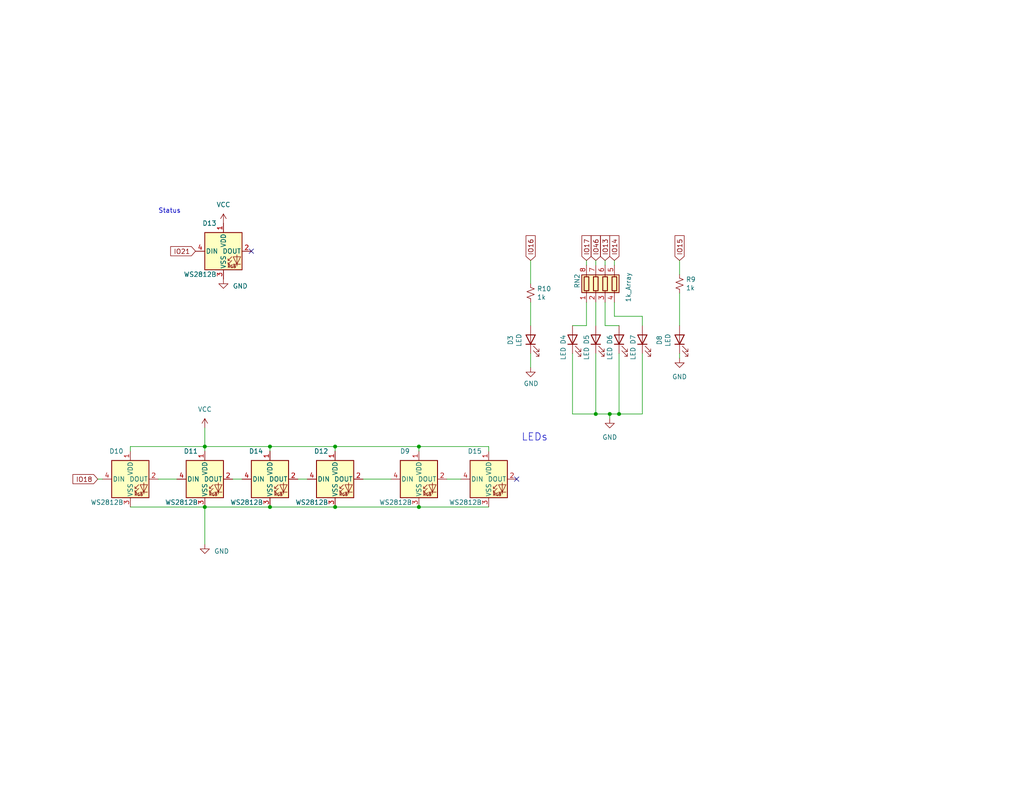
<source format=kicad_sch>
(kicad_sch (version 20231120) (generator "eeschema") (generator_version "8.0")
  (paper "USLetter")
  (title_block (title "RedTeamVillage") (date "2024-02-20") (rev "v1") (company "BadgePirates") (comment 1 "ESP32-S3 WROOM (WIFI/BTLE)") (comment 2 "USB to Serial Connector / MicroSD") (comment 3 "Lipo Charger / 14500 Battery x2 / Battery Guage") (comment 4 "4 Input Buttons  /Rotary Dials / SPI TFT"))
  (lib_symbols
    (symbol "BadgePirates:LED_RGB_WS2812B" (pin_names (offset 0.254))
      (property "Reference" "D12" (at -3.81 7.62 0))
      (property "Value" "WS2812B" (at -6.35 -6.35 0))
      (symbol "LED_RGB_WS2812B_0_0"
        (text "RGB" (at 2.286 -4.191 0) (effects (font (size 0.762 0.762))))
      )
      (symbol "LED_RGB_WS2812B_0_1"
        (polyline (pts (xy 1.27 -3.556) (xy 1.778 -3.556)))
        (polyline (pts (xy 1.27 -2.54) (xy 1.778 -2.54)))
        (polyline (pts (xy 4.699 -3.556) (xy 2.667 -3.556)))
        (polyline (pts (xy 2.286 -2.54) (xy 1.27 -3.556) (xy 1.27 -3.048)))
        (polyline (pts (xy 2.286 -1.524) (xy 1.27 -2.54) (xy 1.27 -2.032)))
        (polyline (pts (xy 3.683 -1.016) (xy 3.683 -3.556) (xy 3.683 -4.064)))
        (polyline (pts (xy 4.699 -1.524) (xy 2.667 -1.524) (xy 3.683 -3.556) (xy 4.699 -1.524)))
        (rectangle (start 5.08 5.08) (end -5.08 -5.08) (stroke (width 0.254)) (fill (type background)))
      )
      (symbol "LED_RGB_WS2812B_1_1"
        (pin power_in line (at 0 7.62 270) (length 2.54) (name "VDD") (number "1"))
        (pin output line (at 7.62 0 180) (length 2.54) (name "DOUT") (number "2"))
        (pin power_in line (at 0 -7.62 90) (length 2.54) (name "VSS") (number "3"))
        (pin input line (at -7.62 0 0) (length 2.54) (name "DIN") (number "4"))
      )
    )
    (symbol "BadgePirates:LED_Yellow_ReverseMount_Gullwing" (pin_numbers hide) (pin_names (offset 1.016) hide)
      (property "Reference" "D2" (at -0.1778 5.5118 0))
      (property "Value" "LED" (at -0.1778 3.2004 0))
      (symbol "LED_Yellow_ReverseMount_Gullwing_0_1"
        (polyline (pts (xy -1.27 -1.27) (xy -1.27 1.27)) (stroke (width 0.254)))
        (polyline (pts (xy -1.27 0) (xy 1.27 0)))
        (polyline (pts (xy 1.27 -1.27) (xy 1.27 1.27) (xy -1.27 0) (xy 1.27 -1.27)) (stroke (width 0.254)))
        (polyline (pts (xy -3.048 -0.762) (xy -4.572 -2.286) (xy -3.81 -2.286) (xy -4.572 -2.286) (xy -4.572 -1.524)))
        (polyline (pts (xy -1.778 -0.762) (xy -3.302 -2.286) (xy -2.54 -2.286) (xy -3.302 -2.286) (xy -3.302 -1.524)))
      )
      (symbol "LED_Yellow_ReverseMount_Gullwing_1_1"
        (pin passive line (at -3.81 0 0) (length 2.54) (name "K") (number "1"))
        (pin passive line (at 3.81 0 180) (length 2.54) (name "A") (number "2"))
      )
    )
    (symbol "BadgePirates:R_1k_1206" (pin_numbers hide) (pin_names (offset 0.254) hide)
      (property "Reference" "R_1k_1206" (at 1.7272 1.1684 0))
      (property "Value" "1k" (at 1.7272 -1.143 0))
      (symbol "R_1k_1206_1_1"
        (polyline (pts (xy 0 0) (xy 1.016 -0.381) (xy 0 -0.762) (xy -1.016 -1.143) (xy 0 -1.524)))
        (polyline (pts (xy 0 1.524) (xy 1.016 1.143) (xy 0 0.762) (xy -1.016 0.381) (xy 0 0)))
        (pin passive line (at 0 2.54 270) (length 1.016) (name "~") (number "1"))
        (pin passive line (at 0 -2.54 90) (length 1.016) (name "~") (number "2"))
      )
    )
    (symbol "Device:LED" (pin_numbers hide) (pin_names (offset 1.016) hide)
      (property "Reference" "D" (at 0 2.54 0))
      (property "Value" "LED" (at 0 -2.54 0))
      (symbol "LED_0_1"
        (polyline (pts (xy -1.27 -1.27) (xy -1.27 1.27)) (stroke (width 0.254)))
        (polyline (pts (xy -1.27 0) (xy 1.27 0)))
        (polyline (pts (xy 1.27 -1.27) (xy 1.27 1.27) (xy -1.27 0) (xy 1.27 -1.27)) (stroke (width 0.254)))
        (polyline (pts (xy -3.048 -0.762) (xy -4.572 -2.286) (xy -3.81 -2.286) (xy -4.572 -2.286) (xy -4.572 -1.524)))
        (polyline (pts (xy -1.778 -0.762) (xy -3.302 -2.286) (xy -2.54 -2.286) (xy -3.302 -2.286) (xy -3.302 -1.524)))
      )
      (symbol "LED_1_1"
        (pin passive line (at -3.81 0 0) (length 2.54) (name "K") (number "1"))
        (pin passive line (at 3.81 0 180) (length 2.54) (name "A") (number "2"))
      )
    )
    (symbol "Device:R_Pack04" (pin_names (offset 0) hide)
      (property "Reference" "RN" (at -7.62 0 90))
      (property "Value" "R_Pack04" (at 5.08 0 90))
      (symbol "R_Pack04_0_1"
        (rectangle (start -6.35 -2.413) (end 3.81 2.413) (stroke (width 0.254)) (fill (type background)))
        (rectangle (start -5.715 1.905) (end -4.445 -1.905) (stroke (width 0.254)))
        (rectangle (start -3.175 1.905) (end -1.905 -1.905) (stroke (width 0.254)))
        (rectangle (start -0.635 1.905) (end 0.635 -1.905) (stroke (width 0.254)))
        (polyline (pts (xy -5.08 -2.54) (xy -5.08 -1.905)))
        (polyline (pts (xy -5.08 1.905) (xy -5.08 2.54)))
        (polyline (pts (xy -2.54 -2.54) (xy -2.54 -1.905)))
        (polyline (pts (xy -2.54 1.905) (xy -2.54 2.54)))
        (polyline (pts (xy 0 -2.54) (xy 0 -1.905)))
        (polyline (pts (xy 0 1.905) (xy 0 2.54)))
        (polyline (pts (xy 2.54 -2.54) (xy 2.54 -1.905)))
        (polyline (pts (xy 2.54 1.905) (xy 2.54 2.54)))
        (rectangle (start 1.905 1.905) (end 3.175 -1.905) (stroke (width 0.254)))
      )
      (symbol "R_Pack04_1_1"
        (pin passive line (at -5.08 -5.08 90) (length 2.54) (name "R1.1") (number "1"))
        (pin passive line (at -2.54 -5.08 90) (length 2.54) (name "R2.1") (number "2"))
        (pin passive line (at 0 -5.08 90) (length 2.54) (name "R3.1") (number "3"))
        (pin passive line (at 2.54 -5.08 90) (length 2.54) (name "R4.1") (number "4"))
        (pin passive line (at 2.54 5.08 270) (length 2.54) (name "R4.2") (number "5"))
        (pin passive line (at 0 5.08 270) (length 2.54) (name "R3.2") (number "6"))
        (pin passive line (at -2.54 5.08 270) (length 2.54) (name "R2.2") (number "7"))
        (pin passive line (at -5.08 5.08 270) (length 2.54) (name "R1.2") (number "8"))
      )
    )
    (symbol "GND_1" (power) (pin_names (offset 0))
      (property "Value" "GND_1" (at 0 -3.81 0))
      (symbol "GND_1_0_1"
        (polyline (pts (xy 0 0) (xy 0 -1.27) (xy 1.27 -1.27) (xy 0 -2.54) (xy -1.27 -1.27) (xy 0 -1.27)))
      )
      (symbol "GND_1_1_1"
        (pin power_in line (at 0 0 270) (length 0) hide (name "GND") (number "1"))
      )
    )
    (symbol "power:GND" (power) (pin_names (offset 0))
      (property "Value" "GND" (at 0 -3.81 0))
      (symbol "GND_0_1"
        (polyline (pts (xy 0 0) (xy 0 -1.27) (xy 1.27 -1.27) (xy 0 -2.54) (xy -1.27 -1.27) (xy 0 -1.27)))
      )
      (symbol "GND_1_1"
        (pin power_in line (at 0 0 270) (length 0) hide (name "GND") (number "1"))
      )
    )
    (symbol "power:VCC" (power) (pin_names (offset 0))
      (property "Value" "VCC" (at 0 3.81 0))
      (symbol "VCC_0_1"
        (polyline (pts (xy -0.762 1.27) (xy 0 2.54)))
        (polyline (pts (xy 0 0) (xy 0 2.54)))
        (polyline (pts (xy 0 2.54) (xy 0.762 1.27)))
      )
      (symbol "VCC_1_1"
        (pin power_in line (at 0 0 90) (length 0) hide (name "VCC") (number "1"))
      )
    )
  )
  (junction (at 55.88 138.43))
  (junction (at 114.3 138.43))
  (junction (at 55.88 121.92))
  (junction (at 114.3 121.92))
  (junction (at 168.91 113.03))
  (junction (at 73.66 121.92))
  (junction (at 162.56 113.03))
  (junction (at 73.66 138.43))
  (junction (at 166.37 113.03))
  (junction (at 91.44 138.43))
  (junction (at 91.44 121.92))
  (no_connect (at 68.58 68.58))
  (no_connect (at 140.97 130.81))
  (wire (pts (xy 55.88 138.43) (xy 55.88 148.59)))
  (wire (pts (xy 162.56 96.52) (xy 162.56 113.03)))
  (wire (pts (xy 175.26 88.9) (xy 175.26 86.36)))
  (wire (pts (xy 144.78 96.52) (xy 144.78 100.33)))
  (wire (pts (xy 55.88 138.43) (xy 35.56 138.43)))
  (wire (pts (xy 81.28 130.81) (xy 83.82 130.81)))
  (wire (pts (xy 55.88 138.43) (xy 73.66 138.43)))
  (wire (pts (xy 160.02 71.12) (xy 160.02 72.39)))
  (wire (pts (xy 91.44 121.92) (xy 114.3 121.92)))
  (wire (pts (xy 35.56 121.92) (xy 35.56 123.19)))
  (wire (pts (xy 114.3 121.92) (xy 114.3 123.19)))
  (wire (pts (xy 185.42 71.12) (xy 185.42 74.93)))
  (wire (pts (xy 168.91 113.03) (xy 166.37 113.03)))
  (wire (pts (xy 55.88 121.92) (xy 73.66 121.92)))
  (wire (pts (xy 165.1 71.12) (xy 165.1 72.39)))
  (wire (pts (xy 162.56 71.12) (xy 162.56 72.39)))
  (wire (pts (xy 55.88 116.84) (xy 55.88 121.92)))
  (wire (pts (xy 166.37 114.3) (xy 166.37 113.03)))
  (wire (pts (xy 99.06 130.81) (xy 106.68 130.81)))
  (wire (pts (xy 156.21 113.03) (xy 162.56 113.03)))
  (wire (pts (xy 55.88 121.92) (xy 55.88 123.19)))
  (wire (pts (xy 167.64 86.36) (xy 167.64 82.55)))
  (wire (pts (xy 144.78 71.12) (xy 144.78 77.47)))
  (wire (pts (xy 160.02 88.9) (xy 160.02 82.55)))
  (wire (pts (xy 156.21 88.9) (xy 160.02 88.9)))
  (wire (pts (xy 73.66 121.92) (xy 91.44 121.92)))
  (wire (pts (xy 168.91 96.52) (xy 168.91 113.03)))
  (wire (pts (xy 26.67 130.81) (xy 27.94 130.81)))
  (wire (pts (xy 73.66 121.92) (xy 73.66 123.19)))
  (wire (pts (xy 162.56 88.9) (xy 162.56 82.55)))
  (wire (pts (xy 121.92 130.81) (xy 125.73 130.81)))
  (wire (pts (xy 165.1 88.9) (xy 165.1 82.55)))
  (wire (pts (xy 175.26 96.52) (xy 175.26 113.03)))
  (wire (pts (xy 43.18 130.81) (xy 48.26 130.81)))
  (wire (pts (xy 156.21 96.52) (xy 156.21 113.03)))
  (wire (pts (xy 133.35 121.92) (xy 133.35 123.19)))
  (wire (pts (xy 91.44 138.43) (xy 114.3 138.43)))
  (wire (pts (xy 162.56 113.03) (xy 166.37 113.03)))
  (wire (pts (xy 185.42 80.01) (xy 185.42 88.9)))
  (wire (pts (xy 63.5 130.81) (xy 66.04 130.81)))
  (wire (pts (xy 185.42 96.52) (xy 185.42 97.79)))
  (wire (pts (xy 114.3 138.43) (xy 133.35 138.43)))
  (wire (pts (xy 73.66 138.43) (xy 91.44 138.43)))
  (wire (pts (xy 55.88 121.92) (xy 35.56 121.92)))
  (wire (pts (xy 175.26 86.36) (xy 167.64 86.36)))
  (wire (pts (xy 144.78 88.9) (xy 144.78 82.55)))
  (wire (pts (xy 91.44 123.19) (xy 91.44 121.92)))
  (wire (pts (xy 167.64 71.12) (xy 167.64 72.39)))
  (wire (pts (xy 114.3 121.92) (xy 133.35 121.92)))
  (wire (pts (xy 168.91 88.9) (xy 165.1 88.9)))
  (wire (pts (xy 168.91 113.03) (xy 175.26 113.03)))
  (text "LEDs" (at 142.24 120.65 0) (effects (font (size 2.0066 2.0066)) (justify left bottom)))
  (text "Status\n" (at 43.18 58.42 0) (effects (font (size 1.27 1.27)) (justify left bottom)))
  (global_label "IO13" (shape input) (at 165.1 71.12 90) (property "Intersheetrefs" "${INTERSHEET_REFS}" (effects (hide yes))))
  (global_label "IO46" (shape input) (at 162.56 71.12 90) (property "Intersheetrefs" "${INTERSHEET_REFS}" (effects (hide yes))))
  (global_label "IO15" (shape input) (at 185.42 71.12 90) (property "Intersheetrefs" "${INTERSHEET_REFS}" (effects (hide yes))))
  (global_label "IO16" (shape input) (at 144.78 71.12 90) (property "Intersheetrefs" "${INTERSHEET_REFS}" (effects (hide yes))))
  (global_label "IO17" (shape input) (at 160.02 71.12 90) (property "Intersheetrefs" "${INTERSHEET_REFS}" (effects (hide yes))))
  (global_label "IO18" (shape input) (at 26.67 130.81 180) (property "Intersheetrefs" "${INTERSHEET_REFS}" (effects (hide yes))))
  (global_label "IO21" (shape input) (at 53.34 68.58 180) (property "Intersheetrefs" "${INTERSHEET_REFS}" (effects (hide yes))))
  (global_label "IO14" (shape input) (at 167.64 71.12 90) (property "Intersheetrefs" "${INTERSHEET_REFS}" (effects (hide yes))))
  (symbol (lib_id "BadgePirates:LED_RGB_WS2812B") (at 55.88 130.81 0) (unit 1)
    (property "Reference" "D11" (at 52.07 123.19 0))
    (property "Value" "WS2812B" (at 49.53 137.16 0))
    (property "Footprint" "BadgePirates:LED_WS2812B_PLCC4_5.0x5.0mm_P3.2mm" (effects (hide yes)))
    (property "Datasheet" "https://cdn-shop.adafruit.com/datasheets/WS2812B.pdf" (effects (hide yes)))
    (property "MFG" "Worldsemi" (effects (hide yes)))
    (property "MFG_PN" "WS2812B-B/T" (effects (hide yes)))
    (property "Vendor1" "LCSC" (effects (hide yes)))
    (property "Vendor1_PN" "C2761795" (effects (hide yes)))
    (property "Vendor1_URL" "https://www.lcsc.com/product-detail/Light-Emitting-Diodes-LED_Worldsemi-WS2812B-B-T_C2761795.html" (effects (hide yes)))
  )
  (symbol (lib_id "power:VCC") (at 55.88 116.84 0) (unit 1)
    (property "Reference" "#PWR019" (effects (hide yes)))
    (property "Value" "VCC" (at 55.88 111.76 0))
  )
  (symbol (lib_id "BadgePirates:LED_RGB_WS2812B") (at 73.66 130.81 0) (unit 1)
    (property "Reference" "D14" (at 69.85 123.19 0))
    (property "Value" "WS2812B" (at 67.31 137.16 0))
    (property "Footprint" "BadgePiratesFootprints:LED_WS2812B_PLCC4_5.0x5.0mm_P3.2mm" (effects (hide yes)))
    (property "Datasheet" "https://cdn-shop.adafruit.com/datasheets/WS2812B.pdf" (effects (hide yes)))
    (property "MFG" "Worldsemi" (effects (hide yes)))
    (property "MFG_PN" "WS2812B-B/T" (effects (hide yes)))
    (property "Vendor1" "LCSC" (effects (hide yes)))
    (property "Vendor1_PN" "C2761795" (effects (hide yes)))
    (property "Vendor1_URL" "https://www.lcsc.com/product-detail/Light-Emitting-Diodes-LED_Worldsemi-WS2812B-B-T_C2761795.html" (effects (hide yes)))
  )
  (symbol (lib_id "BadgePirates:LED_Yellow_ReverseMount_Gullwing") (at 168.91 92.71 90) (unit 1)
    (property "Reference" "D6" (at 166.37 92.71 0))
    (property "Value" "LED" (at 166.37 96.52 0))
    (property "Footprint" "BadgePirates:LED_Osram_Lx_P47F_D2mm_ReverseMount_Proper_Mask Only" (effects (hide yes)))
    (property "Datasheet" "https://www.mouser.com/datasheet/2/216/AA3528SYCKT09-1602219.pdf" (effects (hide yes)))
    (property "MFG" "KingBright" (effects (hide yes)))
    (property "MFG_PN" "AA3528SYCKT09" (effects (hide yes)))
    (property "Vendor1" "Mouser" (effects (hide yes)))
    (property "Vendor1_PN" "604-AA3528SYCKT09" (effects (hide yes)))
    (property "Vendor1_URL" "https://www.mouser.com/ProductDetail/Kingbright/AA3528SYCKT09?qs=PzGy0jfpSMsmUm0ELhsFuQ%3D%3D" (effects (hide yes)))
  )
  (symbol (lib_id "BadgePirates:R_1k_1206") (at 185.42 77.47 0) (unit 1)
    (property "Reference" "R9" (at 187.1472 76.3016 0) (effects (justify left)))
    (property "Value" "1k" (at 187.1472 78.613 0) (effects (justify left)))
    (property "Footprint" "BadgePirates:R_1206_3216Metric" (effects (hide yes)))
    (property "Datasheet" "https://datasheet.lcsc.com/lcsc/1810231210_YAGEO-RC1206FR-071KL_C131398.pdf" (effects (hide yes)))
    (property "MFG" "YAGEO" (effects (hide yes)))
    (property "MFG_PN" "RC1206FR-071KL" (effects (hide yes)))
    (property "Vendor1" "LCSC" (effects (hide yes)))
    (property "Vendor1_PN" "C131398" (effects (hide yes)))
    (property "Vendor1_URL" "https://www.lcsc.com/product-detail/Chip-Resistor-Surface-Mount_YAGEO-RC1206FR-071KL_C131398.html" (effects (hide yes)))
  )
  (symbol (lib_id "power:GND") (at 60.96 76.2 0) (unit 1)
    (property "Reference" "#PWR036" (effects (hide yes)))
    (property "Value" "GND" (at 63.5 78.105 0) (effects (justify left)))
  )
  (symbol (lib_id "BadgePirates:LED_Yellow_ReverseMount_Gullwing") (at 185.42 92.71 90) (unit 1)
    (property "Reference" "D8" (at 179.9082 92.8878 0))
    (property "Value" "LED" (at 182.2196 92.8878 0))
    (property "Footprint" "BadgePirates:LED_Osram_Lx_P47F_D2mm_ReverseMount_Proper_Mask Only" (effects (hide yes)))
    (property "Datasheet" "https://www.mouser.com/datasheet/2/216/AA3528SYCKT09-1602219.pdf" (effects (hide yes)))
    (property "MFG" "KingBright" (effects (hide yes)))
    (property "MFG_PN" "AA3528SYCKT09" (effects (hide yes)))
    (property "Vendor1" "Mouser" (effects (hide yes)))
    (property "Vendor1_PN" "604-AA3528SYCKT09" (effects (hide yes)))
    (property "Vendor1_URL" "https://www.mouser.com/ProductDetail/Kingbright/AA3528SYCKT09?qs=PzGy0jfpSMsmUm0ELhsFuQ%3D%3D" (effects (hide yes)))
  )
  (symbol (lib_id "BadgePirates:R_1k_1206") (at 144.78 80.01 0) (unit 1)
    (property "Reference" "R10" (at 146.5072 78.8416 0) (effects (justify left)))
    (property "Value" "1k" (at 146.5072 81.153 0) (effects (justify left)))
    (property "Footprint" "BadgePirates:R_1206_3216Metric" (effects (hide yes)))
    (property "Datasheet" "https://datasheet.lcsc.com/lcsc/1810231210_YAGEO-RC1206FR-071KL_C131398.pdf" (effects (hide yes)))
    (property "MFG" "YAGEO" (effects (hide yes)))
    (property "MFG_PN" "RC1206FR-071KL" (effects (hide yes)))
    (property "Vendor1" "LCSC" (effects (hide yes)))
    (property "Vendor1_PN" "C131398" (effects (hide yes)))
    (property "Vendor1_URL" "https://www.lcsc.com/product-detail/Chip-Resistor-Surface-Mount_YAGEO-RC1206FR-071KL_C131398.html" (effects (hide yes)))
  )
  (symbol (lib_id "Device:LED") (at 144.78 92.71 90) (unit 1)
    (property "Reference" "D3" (at 139.2682 92.8878 0))
    (property "Value" "LED" (at 141.5796 92.8878 0))
    (property "Footprint" "BadgePirates:LED_Osram_Lx_P47F_D2mm_ReverseMount_Proper_Mask Only" (effects (hide yes)))
    (property "Datasheet" "https://www.mouser.com/datasheet/2/216/AA3528SYCKT09-1602219.pdf" (effects (hide yes)))
    (property "MFG" "KingBright" (effects (hide yes)))
    (property "MFG_PN" "AA3528SYCKT09" (effects (hide yes)))
    (property "Vendor1" "Mouser" (effects (hide yes)))
    (property "Vendor1_PN" "604-AA3528SYCKT09" (effects (hide yes)))
    (property "Vendor1_URL" "https://www.mouser.com/ProductDetail/Kingbright/AA3528SYCKT09?qs=PzGy0jfpSMsmUm0ELhsFuQ%3D%3D" (effects (hide yes)))
  )
  (symbol (lib_name "GND_1") (lib_id "power:GND") (at 185.42 97.79 0) (unit 1)
    (property "Reference" "#PWR046" (effects (hide yes)))
    (property "Value" "GND" (at 185.42 102.87 0))
  )
  (symbol (lib_id "power:GND") (at 144.78 100.33 0) (unit 1)
    (property "Reference" "#PWR021" (effects (hide yes)))
    (property "Value" "GND" (at 144.907 104.7242 0))
  )
  (symbol (lib_id "BadgePirates:LED_RGB_WS2812B") (at 60.96 68.58 0) (unit 1)
    (property "Reference" "D13" (at 57.15 60.96 0))
    (property "Value" "WS2812B" (at 54.61 74.93 0))
    (property "Footprint" "BadgePirates:LED_WS2812B_PLCC4_5.0x5.0mm_P3.2mm" (effects (hide yes)))
    (property "Datasheet" "https://cdn-shop.adafruit.com/datasheets/WS2812B.pdf" (effects (hide yes)))
    (property "MFG" "Worldsemi" (effects (hide yes)))
    (property "MFG_PN" "WS2812B-B/T" (effects (hide yes)))
    (property "Vendor1" "LCSC" (effects (hide yes)))
    (property "Vendor1_PN" "C2761795" (effects (hide yes)))
    (property "Vendor1_URL" "https://www.lcsc.com/product-detail/Light-Emitting-Diodes-LED_Worldsemi-WS2812B-B-T_C2761795.html" (effects (hide yes)))
  )
  (symbol (lib_id "BadgePirates:LED_RGB_WS2812B") (at 91.44 130.81 0) (unit 1)
    (property "Reference" "D12" (at 87.63 123.19 0))
    (property "Value" "WS2812B" (at 85.09 137.16 0))
    (property "Footprint" "BadgePirates:LED_WS2812B_PLCC4_5.0x5.0mm_P3.2mm" (effects (hide yes)))
    (property "Datasheet" "https://cdn-shop.adafruit.com/datasheets/WS2812B.pdf" (effects (hide yes)))
    (property "MFG" "Worldsemi" (effects (hide yes)))
    (property "MFG_PN" "WS2812B-B/T" (effects (hide yes)))
    (property "Vendor1" "LCSC" (effects (hide yes)))
    (property "Vendor1_PN" "C2761795" (effects (hide yes)))
    (property "Vendor1_URL" "https://www.lcsc.com/product-detail/Light-Emitting-Diodes-LED_Worldsemi-WS2812B-B-T_C2761795.html" (effects (hide yes)))
  )
  (symbol (lib_id "power:VCC") (at 60.96 60.96 0) (unit 1)
    (property "Reference" "#PWR027" (effects (hide yes)))
    (property "Value" "VCC" (at 60.96 55.88 0))
  )
  (symbol (lib_id "BadgePirates:LED_Yellow_ReverseMount_Gullwing") (at 175.26 92.71 90) (unit 1)
    (property "Reference" "D7" (at 172.72 92.71 0))
    (property "Value" "LED" (at 172.72 96.52 0))
    (property "Footprint" "BadgePirates:LED_Osram_Lx_P47F_D2mm_ReverseMount_Proper_Mask Only" (effects (hide yes)))
    (property "Datasheet" "https://www.mouser.com/datasheet/2/216/AA3528SYCKT09-1602219.pdf" (effects (hide yes)))
    (property "MFG" "KingBright" (effects (hide yes)))
    (property "MFG_PN" "AA3528SYCKT09" (effects (hide yes)))
    (property "Vendor1" "Mouser" (effects (hide yes)))
    (property "Vendor1_PN" "604-AA3528SYCKT09" (effects (hide yes)))
    (property "Vendor1_URL" "https://www.mouser.com/ProductDetail/Kingbright/AA3528SYCKT09?qs=PzGy0jfpSMsmUm0ELhsFuQ%3D%3D" (effects (hide yes)))
  )
  (symbol (lib_id "BadgePirates:LED_RGB_WS2812B") (at 133.35 130.81 0) (unit 1)
    (property "Reference" "D15" (at 129.54 123.19 0))
    (property "Value" "WS2812B" (at 127 137.16 0))
    (property "Footprint" "BadgePiratesFootprints:LED_WS2812B_PLCC4_5.0x5.0mm_P3.2mm" (effects (hide yes)))
    (property "Datasheet" "https://cdn-shop.adafruit.com/datasheets/WS2812B.pdf" (effects (hide yes)))
    (property "MFG" "Worldsemi" (effects (hide yes)))
    (property "MFG_PN" "WS2812B-B/T" (effects (hide yes)))
    (property "Vendor1" "LCSC" (effects (hide yes)))
    (property "Vendor1_PN" "C2761795" (effects (hide yes)))
    (property "Vendor1_URL" "https://www.lcsc.com/product-detail/Light-Emitting-Diodes-LED_Worldsemi-WS2812B-B-T_C2761795.html" (effects (hide yes)))
  )
  (symbol (lib_name "GND_1") (lib_id "power:GND") (at 166.37 114.3 0) (unit 1)
    (property "Reference" "#PWR045" (effects (hide yes)))
    (property "Value" "GND" (at 166.37 119.38 0))
  )
  (symbol (lib_id "BadgePirates:LED_Yellow_ReverseMount_Gullwing") (at 162.56 92.71 90) (unit 1)
    (property "Reference" "D5" (at 160.02 92.71 0))
    (property "Value" "LED" (at 160.02 96.52 0))
    (property "Footprint" "BadgePirates:LED_Osram_Lx_P47F_D2mm_ReverseMount_Proper_Mask Only" (effects (hide yes)))
    (property "Datasheet" "https://www.mouser.com/datasheet/2/216/AA3528SYCKT09-1602219.pdf" (effects (hide yes)))
    (property "MFG" "KingBright" (effects (hide yes)))
    (property "MFG_PN" "AA3528SYCKT09" (effects (hide yes)))
    (property "Vendor1" "Mouser" (effects (hide yes)))
    (property "Vendor1_PN" "604-AA3528SYCKT09" (effects (hide yes)))
    (property "Vendor1_URL" "https://www.mouser.com/ProductDetail/Kingbright/AA3528SYCKT09?qs=PzGy0jfpSMsmUm0ELhsFuQ%3D%3D" (effects (hide yes)))
  )
  (symbol (lib_id "BadgePirates:LED_Yellow_ReverseMount_Gullwing") (at 156.21 92.71 90) (unit 1)
    (property "Reference" "D4" (at 153.67 92.71 0))
    (property "Value" "LED" (at 153.67 96.52 0))
    (property "Footprint" "BadgePirates:LED_Osram_Lx_P47F_D2mm_ReverseMount_Proper_Mask Only" (effects (hide yes)))
    (property "Datasheet" "https://www.mouser.com/datasheet/2/216/AA3528SYCKT09-1602219.pdf" (effects (hide yes)))
    (property "MFG" "KingBright" (effects (hide yes)))
    (property "MFG_PN" "AA3528SYCKT09" (effects (hide yes)))
    (property "Vendor1" "Mouser" (effects (hide yes)))
    (property "Vendor1_PN" "604-AA3528SYCKT09" (effects (hide yes)))
    (property "Vendor1_URL" "https://www.mouser.com/ProductDetail/Kingbright/AA3528SYCKT09?qs=PzGy0jfpSMsmUm0ELhsFuQ%3D%3D" (effects (hide yes)))
  )
  (symbol (lib_id "Device:R_Pack04") (at 165.1 77.47 0) (unit 1)
    (property "Reference" "RN2" (at 157.48 78.74 90) (effects (justify left)))
    (property "Value" "1k_Array" (at 171.45 82.55 90) (effects (justify left)))
    (property "Footprint" "BadgePirates:R_Array_Convex_4x0603" (effects (hide yes)))
    (property "Datasheet" "https://datasheet.lcsc.com/lcsc/2304140030_YAGEO-YC164-JR-071KL_C93675.pdf" (effects (hide yes)))
    (property "MFG" "YAGEO" (effects (hide yes)))
    (property "MFG_PN" "YC164-JR-071KL" (effects (hide yes)))
    (property "Vendor1" "LCSC" (effects (hide yes)))
    (property "Vendor1_PN" "C93675" (effects (hide yes)))
    (property "Vendor1_URL" "https://www.lcsc.com/product-detail/Resistor-Networks-Arrays_YAGEO-YC164-JR-071KL_C93675.html" (effects (hide yes)))
  )
  (symbol (lib_id "BadgePirates:LED_RGB_WS2812B") (at 35.56 130.81 0) (unit 1)
    (property "Reference" "D10" (at 31.75 123.19 0))
    (property "Value" "WS2812B" (at 29.21 137.16 0))
    (property "Footprint" "BadgePirates:LED_WS2812B_PLCC4_5.0x5.0mm_P3.2mm" (effects (hide yes)))
    (property "Datasheet" "https://cdn-shop.adafruit.com/datasheets/WS2812B.pdf" (effects (hide yes)))
    (property "MFG" "Worldsemi" (effects (hide yes)))
    (property "MFG_PN" "WS2812B-B/T" (effects (hide yes)))
    (property "Vendor1" "LCSC" (effects (hide yes)))
    (property "Vendor1_PN" "C2761795" (effects (hide yes)))
    (property "Vendor1_URL" "https://www.lcsc.com/product-detail/Light-Emitting-Diodes-LED_Worldsemi-WS2812B-B-T_C2761795.html" (effects (hide yes)))
  )
  (symbol (lib_id "BadgePirates:LED_RGB_WS2812B") (at 114.3 130.81 0) (unit 1)
    (property "Reference" "D9" (at 110.49 123.19 0))
    (property "Value" "WS2812B" (at 107.95 137.16 0))
    (property "Footprint" "BadgePiratesFootprints:LED_WS2812B_PLCC4_5.0x5.0mm_P3.2mm" (effects (hide yes)))
    (property "Datasheet" "https://cdn-shop.adafruit.com/datasheets/WS2812B.pdf" (effects (hide yes)))
    (property "MFG" "Worldsemi" (effects (hide yes)))
    (property "MFG_PN" "WS2812B-B/T" (effects (hide yes)))
    (property "Vendor1" "LCSC" (effects (hide yes)))
    (property "Vendor1_PN" "C2761795" (effects (hide yes)))
    (property "Vendor1_URL" "https://www.lcsc.com/product-detail/Light-Emitting-Diodes-LED_Worldsemi-WS2812B-B-T_C2761795.html" (effects (hide yes)))
  )
  (symbol (lib_id "power:GND") (at 55.88 148.59 0) (unit 1)
    (property "Reference" "#PWR020" (effects (hide yes)))
    (property "Value" "GND" (at 58.42 150.495 0) (effects (justify left)))
  )
)
</source>
